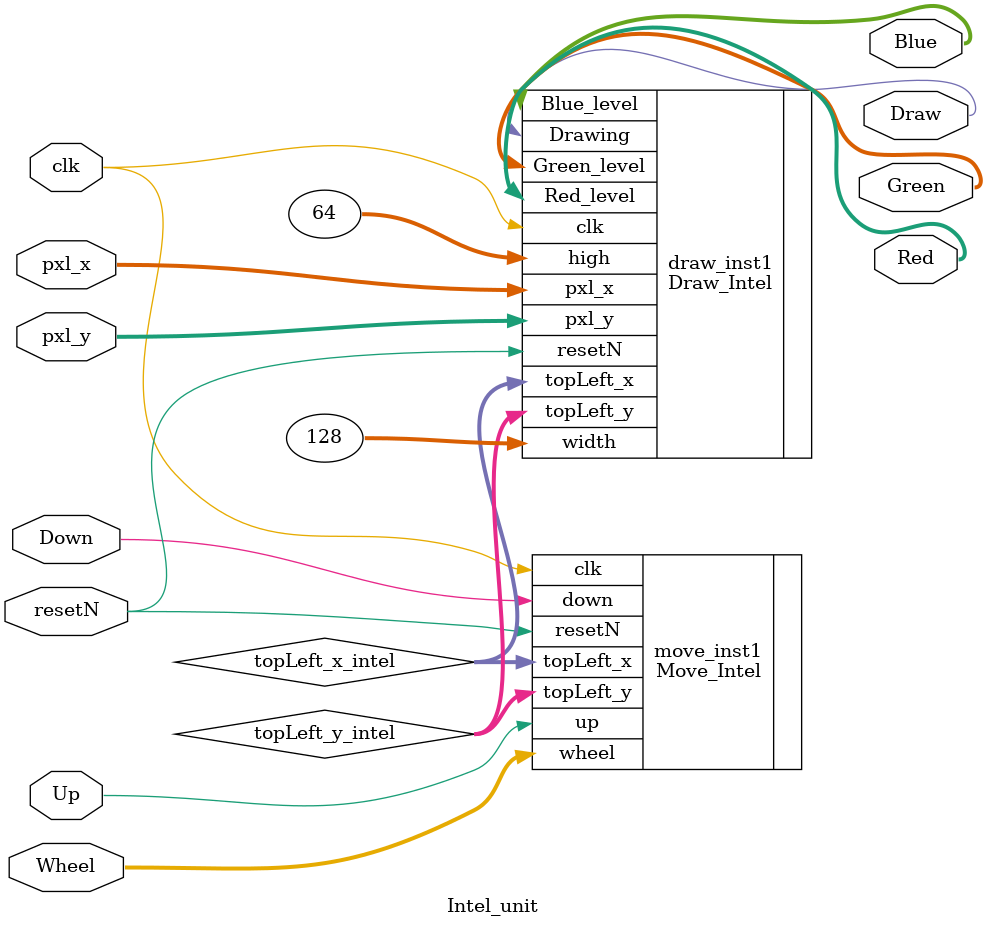
<source format=sv>



module Intel_unit (
	
	input		clk,
	input		resetN,
	input		[11:0]	Wheel,
	input		Up,
	input		Down,
	input		[31:0]	pxl_x,
	input		[31:0]	pxl_y,
	output	[3:0]		Red,
	output	[3:0]		Green,
	output	[3:0]		Blue,
	output	Draw
	);
	
	wire	[31:0]	topLeft_x_intel;
	wire	[31:0]	topLeft_y_intel;
	
	Move_Intel move_inst1(
	.clk(clk),
	.resetN(resetN),
	.wheel(Wheel),
	.up(Up),
	.down(Down),
	.topLeft_x(topLeft_x_intel),
	.topLeft_y(topLeft_y_intel)
	);
	
	Draw_Intel draw_inst1(
	.clk(clk),
	.resetN(resetN),
	.pxl_x(pxl_x),
	.pxl_y(pxl_y),
	.topLeft_x(topLeft_x_intel),
	.topLeft_y(topLeft_y_intel),
	.width(32'd128),
	.high(32'd64),
	.Red_level(Red),
	.Green_level(Green),
	.Blue_level(Blue),
	.Drawing(Draw)
	);
endmodule
</source>
